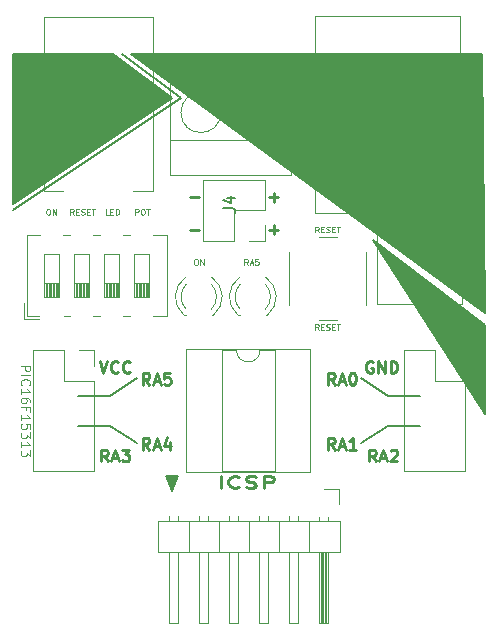
<source format=gbr>
%TF.GenerationSoftware,KiCad,Pcbnew,(7.0.0)*%
%TF.CreationDate,2024-02-07T11:39:00-06:00*%
%TF.ProjectId,16f15313,31366631-3533-4313-932e-6b696361645f,rev?*%
%TF.SameCoordinates,Original*%
%TF.FileFunction,Legend,Top*%
%TF.FilePolarity,Positive*%
%FSLAX46Y46*%
G04 Gerber Fmt 4.6, Leading zero omitted, Abs format (unit mm)*
G04 Created by KiCad (PCBNEW (7.0.0)) date 2024-02-07 11:39:00*
%MOMM*%
%LPD*%
G01*
G04 APERTURE LIST*
%ADD10C,0.150000*%
%ADD11C,0.125000*%
%ADD12C,0.250000*%
%ADD13C,0.120000*%
G04 APERTURE END LIST*
D10*
G36*
X151250000Y-103250000D02*
G01*
X151250000Y-110750000D01*
X141750000Y-96000000D01*
X151250000Y-103250000D01*
G37*
X151250000Y-103250000D02*
X151250000Y-110750000D01*
X141750000Y-96000000D01*
X151250000Y-103250000D01*
G36*
X124750000Y-117250000D02*
G01*
X124250000Y-116000000D01*
X125250000Y-116000000D01*
X124750000Y-117250000D01*
G37*
X124750000Y-117250000D02*
X124250000Y-116000000D01*
X125250000Y-116000000D01*
X124750000Y-117250000D01*
X145750000Y-109250000D02*
X143000000Y-109250000D01*
X120500000Y-80250000D02*
X125500000Y-84000000D01*
X119500000Y-109250000D02*
X121750000Y-107750000D01*
X116750000Y-109250000D02*
X119500000Y-109250000D01*
X119500000Y-111750000D02*
X121750000Y-113250000D01*
X145750000Y-111750000D02*
X143000000Y-111750000D01*
X116750000Y-111750000D02*
X119500000Y-111750000D01*
G36*
X151250000Y-102250000D02*
G01*
X121250000Y-80250000D01*
X151000000Y-80250000D01*
X151250000Y-102250000D01*
G37*
X151250000Y-102250000D02*
X121250000Y-80250000D01*
X151000000Y-80250000D01*
X151250000Y-102250000D01*
X125500000Y-84000000D02*
X111250000Y-93500000D01*
G36*
X124750000Y-84000000D02*
G01*
X111250000Y-93000000D01*
X111250000Y-80250000D01*
X119750000Y-80250000D01*
X124750000Y-84000000D01*
G37*
X124750000Y-84000000D02*
X111250000Y-93000000D01*
X111250000Y-80250000D01*
X119750000Y-80250000D01*
X124750000Y-84000000D01*
X143000000Y-111750000D02*
X140750000Y-113250000D01*
X143000000Y-109250000D02*
X140750000Y-107750000D01*
D11*
X119357142Y-93891190D02*
X119119047Y-93891190D01*
X119119047Y-93891190D02*
X119119047Y-93391190D01*
X119523809Y-93629285D02*
X119690476Y-93629285D01*
X119761904Y-93891190D02*
X119523809Y-93891190D01*
X119523809Y-93891190D02*
X119523809Y-93391190D01*
X119523809Y-93391190D02*
X119761904Y-93391190D01*
X119976190Y-93891190D02*
X119976190Y-93391190D01*
X119976190Y-93391190D02*
X120095238Y-93391190D01*
X120095238Y-93391190D02*
X120166666Y-93415000D01*
X120166666Y-93415000D02*
X120214285Y-93462619D01*
X120214285Y-93462619D02*
X120238095Y-93510238D01*
X120238095Y-93510238D02*
X120261904Y-93605476D01*
X120261904Y-93605476D02*
X120261904Y-93676904D01*
X120261904Y-93676904D02*
X120238095Y-93772142D01*
X120238095Y-93772142D02*
X120214285Y-93819761D01*
X120214285Y-93819761D02*
X120166666Y-93867380D01*
X120166666Y-93867380D02*
X120095238Y-93891190D01*
X120095238Y-93891190D02*
X119976190Y-93891190D01*
D12*
X122809523Y-113782380D02*
X122476190Y-113306190D01*
X122238095Y-113782380D02*
X122238095Y-112782380D01*
X122238095Y-112782380D02*
X122619047Y-112782380D01*
X122619047Y-112782380D02*
X122714285Y-112830000D01*
X122714285Y-112830000D02*
X122761904Y-112877619D01*
X122761904Y-112877619D02*
X122809523Y-112972857D01*
X122809523Y-112972857D02*
X122809523Y-113115714D01*
X122809523Y-113115714D02*
X122761904Y-113210952D01*
X122761904Y-113210952D02*
X122714285Y-113258571D01*
X122714285Y-113258571D02*
X122619047Y-113306190D01*
X122619047Y-113306190D02*
X122238095Y-113306190D01*
X123190476Y-113496666D02*
X123666666Y-113496666D01*
X123095238Y-113782380D02*
X123428571Y-112782380D01*
X123428571Y-112782380D02*
X123761904Y-113782380D01*
X124523809Y-113115714D02*
X124523809Y-113782380D01*
X124285714Y-112734761D02*
X124047619Y-113449047D01*
X124047619Y-113449047D02*
X124666666Y-113449047D01*
D11*
X116404761Y-93891190D02*
X116238095Y-93653095D01*
X116119047Y-93891190D02*
X116119047Y-93391190D01*
X116119047Y-93391190D02*
X116309523Y-93391190D01*
X116309523Y-93391190D02*
X116357142Y-93415000D01*
X116357142Y-93415000D02*
X116380952Y-93438809D01*
X116380952Y-93438809D02*
X116404761Y-93486428D01*
X116404761Y-93486428D02*
X116404761Y-93557857D01*
X116404761Y-93557857D02*
X116380952Y-93605476D01*
X116380952Y-93605476D02*
X116357142Y-93629285D01*
X116357142Y-93629285D02*
X116309523Y-93653095D01*
X116309523Y-93653095D02*
X116119047Y-93653095D01*
X116619047Y-93629285D02*
X116785714Y-93629285D01*
X116857142Y-93891190D02*
X116619047Y-93891190D01*
X116619047Y-93891190D02*
X116619047Y-93391190D01*
X116619047Y-93391190D02*
X116857142Y-93391190D01*
X117047619Y-93867380D02*
X117119047Y-93891190D01*
X117119047Y-93891190D02*
X117238095Y-93891190D01*
X117238095Y-93891190D02*
X117285714Y-93867380D01*
X117285714Y-93867380D02*
X117309523Y-93843571D01*
X117309523Y-93843571D02*
X117333333Y-93795952D01*
X117333333Y-93795952D02*
X117333333Y-93748333D01*
X117333333Y-93748333D02*
X117309523Y-93700714D01*
X117309523Y-93700714D02*
X117285714Y-93676904D01*
X117285714Y-93676904D02*
X117238095Y-93653095D01*
X117238095Y-93653095D02*
X117142857Y-93629285D01*
X117142857Y-93629285D02*
X117095238Y-93605476D01*
X117095238Y-93605476D02*
X117071428Y-93581666D01*
X117071428Y-93581666D02*
X117047619Y-93534047D01*
X117047619Y-93534047D02*
X117047619Y-93486428D01*
X117047619Y-93486428D02*
X117071428Y-93438809D01*
X117071428Y-93438809D02*
X117095238Y-93415000D01*
X117095238Y-93415000D02*
X117142857Y-93391190D01*
X117142857Y-93391190D02*
X117261904Y-93391190D01*
X117261904Y-93391190D02*
X117333333Y-93415000D01*
X117547618Y-93629285D02*
X117714285Y-93629285D01*
X117785713Y-93891190D02*
X117547618Y-93891190D01*
X117547618Y-93891190D02*
X117547618Y-93391190D01*
X117547618Y-93391190D02*
X117785713Y-93391190D01*
X117928571Y-93391190D02*
X118214285Y-93391190D01*
X118071428Y-93891190D02*
X118071428Y-93391190D01*
D12*
X126238095Y-95151428D02*
X127000000Y-95151428D01*
X128857142Y-117032380D02*
X128857142Y-116032380D01*
X130428571Y-116937142D02*
X130357143Y-116984761D01*
X130357143Y-116984761D02*
X130142857Y-117032380D01*
X130142857Y-117032380D02*
X130000000Y-117032380D01*
X130000000Y-117032380D02*
X129785714Y-116984761D01*
X129785714Y-116984761D02*
X129642857Y-116889523D01*
X129642857Y-116889523D02*
X129571428Y-116794285D01*
X129571428Y-116794285D02*
X129500000Y-116603809D01*
X129500000Y-116603809D02*
X129500000Y-116460952D01*
X129500000Y-116460952D02*
X129571428Y-116270476D01*
X129571428Y-116270476D02*
X129642857Y-116175238D01*
X129642857Y-116175238D02*
X129785714Y-116080000D01*
X129785714Y-116080000D02*
X130000000Y-116032380D01*
X130000000Y-116032380D02*
X130142857Y-116032380D01*
X130142857Y-116032380D02*
X130357143Y-116080000D01*
X130357143Y-116080000D02*
X130428571Y-116127619D01*
X131000000Y-116984761D02*
X131214286Y-117032380D01*
X131214286Y-117032380D02*
X131571428Y-117032380D01*
X131571428Y-117032380D02*
X131714286Y-116984761D01*
X131714286Y-116984761D02*
X131785714Y-116937142D01*
X131785714Y-116937142D02*
X131857143Y-116841904D01*
X131857143Y-116841904D02*
X131857143Y-116746666D01*
X131857143Y-116746666D02*
X131785714Y-116651428D01*
X131785714Y-116651428D02*
X131714286Y-116603809D01*
X131714286Y-116603809D02*
X131571428Y-116556190D01*
X131571428Y-116556190D02*
X131285714Y-116508571D01*
X131285714Y-116508571D02*
X131142857Y-116460952D01*
X131142857Y-116460952D02*
X131071428Y-116413333D01*
X131071428Y-116413333D02*
X131000000Y-116318095D01*
X131000000Y-116318095D02*
X131000000Y-116222857D01*
X131000000Y-116222857D02*
X131071428Y-116127619D01*
X131071428Y-116127619D02*
X131142857Y-116080000D01*
X131142857Y-116080000D02*
X131285714Y-116032380D01*
X131285714Y-116032380D02*
X131642857Y-116032380D01*
X131642857Y-116032380D02*
X131857143Y-116080000D01*
X132499999Y-117032380D02*
X132499999Y-116032380D01*
X132499999Y-116032380D02*
X133071428Y-116032380D01*
X133071428Y-116032380D02*
X133214285Y-116080000D01*
X133214285Y-116080000D02*
X133285714Y-116127619D01*
X133285714Y-116127619D02*
X133357142Y-116222857D01*
X133357142Y-116222857D02*
X133357142Y-116365714D01*
X133357142Y-116365714D02*
X133285714Y-116460952D01*
X133285714Y-116460952D02*
X133214285Y-116508571D01*
X133214285Y-116508571D02*
X133071428Y-116556190D01*
X133071428Y-116556190D02*
X132499999Y-116556190D01*
X138499999Y-113782380D02*
X138166666Y-113306190D01*
X137928571Y-113782380D02*
X137928571Y-112782380D01*
X137928571Y-112782380D02*
X138309523Y-112782380D01*
X138309523Y-112782380D02*
X138404761Y-112830000D01*
X138404761Y-112830000D02*
X138452380Y-112877619D01*
X138452380Y-112877619D02*
X138499999Y-112972857D01*
X138499999Y-112972857D02*
X138499999Y-113115714D01*
X138499999Y-113115714D02*
X138452380Y-113210952D01*
X138452380Y-113210952D02*
X138404761Y-113258571D01*
X138404761Y-113258571D02*
X138309523Y-113306190D01*
X138309523Y-113306190D02*
X137928571Y-113306190D01*
X138880952Y-113496666D02*
X139357142Y-113496666D01*
X138785714Y-113782380D02*
X139119047Y-112782380D01*
X139119047Y-112782380D02*
X139452380Y-113782380D01*
X140309523Y-113782380D02*
X139738095Y-113782380D01*
X140023809Y-113782380D02*
X140023809Y-112782380D01*
X140023809Y-112782380D02*
X139928571Y-112925238D01*
X139928571Y-112925238D02*
X139833333Y-113020476D01*
X139833333Y-113020476D02*
X139738095Y-113068095D01*
D11*
X137154761Y-95391190D02*
X136988095Y-95153095D01*
X136869047Y-95391190D02*
X136869047Y-94891190D01*
X136869047Y-94891190D02*
X137059523Y-94891190D01*
X137059523Y-94891190D02*
X137107142Y-94915000D01*
X137107142Y-94915000D02*
X137130952Y-94938809D01*
X137130952Y-94938809D02*
X137154761Y-94986428D01*
X137154761Y-94986428D02*
X137154761Y-95057857D01*
X137154761Y-95057857D02*
X137130952Y-95105476D01*
X137130952Y-95105476D02*
X137107142Y-95129285D01*
X137107142Y-95129285D02*
X137059523Y-95153095D01*
X137059523Y-95153095D02*
X136869047Y-95153095D01*
X137369047Y-95129285D02*
X137535714Y-95129285D01*
X137607142Y-95391190D02*
X137369047Y-95391190D01*
X137369047Y-95391190D02*
X137369047Y-94891190D01*
X137369047Y-94891190D02*
X137607142Y-94891190D01*
X137797619Y-95367380D02*
X137869047Y-95391190D01*
X137869047Y-95391190D02*
X137988095Y-95391190D01*
X137988095Y-95391190D02*
X138035714Y-95367380D01*
X138035714Y-95367380D02*
X138059523Y-95343571D01*
X138059523Y-95343571D02*
X138083333Y-95295952D01*
X138083333Y-95295952D02*
X138083333Y-95248333D01*
X138083333Y-95248333D02*
X138059523Y-95200714D01*
X138059523Y-95200714D02*
X138035714Y-95176904D01*
X138035714Y-95176904D02*
X137988095Y-95153095D01*
X137988095Y-95153095D02*
X137892857Y-95129285D01*
X137892857Y-95129285D02*
X137845238Y-95105476D01*
X137845238Y-95105476D02*
X137821428Y-95081666D01*
X137821428Y-95081666D02*
X137797619Y-95034047D01*
X137797619Y-95034047D02*
X137797619Y-94986428D01*
X137797619Y-94986428D02*
X137821428Y-94938809D01*
X137821428Y-94938809D02*
X137845238Y-94915000D01*
X137845238Y-94915000D02*
X137892857Y-94891190D01*
X137892857Y-94891190D02*
X138011904Y-94891190D01*
X138011904Y-94891190D02*
X138083333Y-94915000D01*
X138297618Y-95129285D02*
X138464285Y-95129285D01*
X138535713Y-95391190D02*
X138297618Y-95391190D01*
X138297618Y-95391190D02*
X138297618Y-94891190D01*
X138297618Y-94891190D02*
X138535713Y-94891190D01*
X138678571Y-94891190D02*
X138964285Y-94891190D01*
X138821428Y-95391190D02*
X138821428Y-94891190D01*
X114214285Y-93391190D02*
X114309523Y-93391190D01*
X114309523Y-93391190D02*
X114357142Y-93415000D01*
X114357142Y-93415000D02*
X114404761Y-93462619D01*
X114404761Y-93462619D02*
X114428571Y-93557857D01*
X114428571Y-93557857D02*
X114428571Y-93724523D01*
X114428571Y-93724523D02*
X114404761Y-93819761D01*
X114404761Y-93819761D02*
X114357142Y-93867380D01*
X114357142Y-93867380D02*
X114309523Y-93891190D01*
X114309523Y-93891190D02*
X114214285Y-93891190D01*
X114214285Y-93891190D02*
X114166666Y-93867380D01*
X114166666Y-93867380D02*
X114119047Y-93819761D01*
X114119047Y-93819761D02*
X114095238Y-93724523D01*
X114095238Y-93724523D02*
X114095238Y-93557857D01*
X114095238Y-93557857D02*
X114119047Y-93462619D01*
X114119047Y-93462619D02*
X114166666Y-93415000D01*
X114166666Y-93415000D02*
X114214285Y-93391190D01*
X114642857Y-93891190D02*
X114642857Y-93391190D01*
X114642857Y-93391190D02*
X114928571Y-93891190D01*
X114928571Y-93891190D02*
X114928571Y-93391190D01*
X137154761Y-103641190D02*
X136988095Y-103403095D01*
X136869047Y-103641190D02*
X136869047Y-103141190D01*
X136869047Y-103141190D02*
X137059523Y-103141190D01*
X137059523Y-103141190D02*
X137107142Y-103165000D01*
X137107142Y-103165000D02*
X137130952Y-103188809D01*
X137130952Y-103188809D02*
X137154761Y-103236428D01*
X137154761Y-103236428D02*
X137154761Y-103307857D01*
X137154761Y-103307857D02*
X137130952Y-103355476D01*
X137130952Y-103355476D02*
X137107142Y-103379285D01*
X137107142Y-103379285D02*
X137059523Y-103403095D01*
X137059523Y-103403095D02*
X136869047Y-103403095D01*
X137369047Y-103379285D02*
X137535714Y-103379285D01*
X137607142Y-103641190D02*
X137369047Y-103641190D01*
X137369047Y-103641190D02*
X137369047Y-103141190D01*
X137369047Y-103141190D02*
X137607142Y-103141190D01*
X137797619Y-103617380D02*
X137869047Y-103641190D01*
X137869047Y-103641190D02*
X137988095Y-103641190D01*
X137988095Y-103641190D02*
X138035714Y-103617380D01*
X138035714Y-103617380D02*
X138059523Y-103593571D01*
X138059523Y-103593571D02*
X138083333Y-103545952D01*
X138083333Y-103545952D02*
X138083333Y-103498333D01*
X138083333Y-103498333D02*
X138059523Y-103450714D01*
X138059523Y-103450714D02*
X138035714Y-103426904D01*
X138035714Y-103426904D02*
X137988095Y-103403095D01*
X137988095Y-103403095D02*
X137892857Y-103379285D01*
X137892857Y-103379285D02*
X137845238Y-103355476D01*
X137845238Y-103355476D02*
X137821428Y-103331666D01*
X137821428Y-103331666D02*
X137797619Y-103284047D01*
X137797619Y-103284047D02*
X137797619Y-103236428D01*
X137797619Y-103236428D02*
X137821428Y-103188809D01*
X137821428Y-103188809D02*
X137845238Y-103165000D01*
X137845238Y-103165000D02*
X137892857Y-103141190D01*
X137892857Y-103141190D02*
X138011904Y-103141190D01*
X138011904Y-103141190D02*
X138083333Y-103165000D01*
X138297618Y-103379285D02*
X138464285Y-103379285D01*
X138535713Y-103641190D02*
X138297618Y-103641190D01*
X138297618Y-103641190D02*
X138297618Y-103141190D01*
X138297618Y-103141190D02*
X138535713Y-103141190D01*
X138678571Y-103141190D02*
X138964285Y-103141190D01*
X138821428Y-103641190D02*
X138821428Y-103141190D01*
D12*
X141999999Y-114782380D02*
X141666666Y-114306190D01*
X141428571Y-114782380D02*
X141428571Y-113782380D01*
X141428571Y-113782380D02*
X141809523Y-113782380D01*
X141809523Y-113782380D02*
X141904761Y-113830000D01*
X141904761Y-113830000D02*
X141952380Y-113877619D01*
X141952380Y-113877619D02*
X141999999Y-113972857D01*
X141999999Y-113972857D02*
X141999999Y-114115714D01*
X141999999Y-114115714D02*
X141952380Y-114210952D01*
X141952380Y-114210952D02*
X141904761Y-114258571D01*
X141904761Y-114258571D02*
X141809523Y-114306190D01*
X141809523Y-114306190D02*
X141428571Y-114306190D01*
X142380952Y-114496666D02*
X142857142Y-114496666D01*
X142285714Y-114782380D02*
X142619047Y-113782380D01*
X142619047Y-113782380D02*
X142952380Y-114782380D01*
X143238095Y-113877619D02*
X143285714Y-113830000D01*
X143285714Y-113830000D02*
X143380952Y-113782380D01*
X143380952Y-113782380D02*
X143619047Y-113782380D01*
X143619047Y-113782380D02*
X143714285Y-113830000D01*
X143714285Y-113830000D02*
X143761904Y-113877619D01*
X143761904Y-113877619D02*
X143809523Y-113972857D01*
X143809523Y-113972857D02*
X143809523Y-114068095D01*
X143809523Y-114068095D02*
X143761904Y-114210952D01*
X143761904Y-114210952D02*
X143190476Y-114782380D01*
X143190476Y-114782380D02*
X143809523Y-114782380D01*
D11*
X111924095Y-106690476D02*
X112724095Y-106690476D01*
X112724095Y-106690476D02*
X112724095Y-106995238D01*
X112724095Y-106995238D02*
X112686000Y-107071428D01*
X112686000Y-107071428D02*
X112647904Y-107109523D01*
X112647904Y-107109523D02*
X112571714Y-107147619D01*
X112571714Y-107147619D02*
X112457428Y-107147619D01*
X112457428Y-107147619D02*
X112381238Y-107109523D01*
X112381238Y-107109523D02*
X112343142Y-107071428D01*
X112343142Y-107071428D02*
X112305047Y-106995238D01*
X112305047Y-106995238D02*
X112305047Y-106690476D01*
X111924095Y-107490476D02*
X112724095Y-107490476D01*
X112000285Y-108328571D02*
X111962190Y-108290475D01*
X111962190Y-108290475D02*
X111924095Y-108176190D01*
X111924095Y-108176190D02*
X111924095Y-108099999D01*
X111924095Y-108099999D02*
X111962190Y-107985713D01*
X111962190Y-107985713D02*
X112038380Y-107909523D01*
X112038380Y-107909523D02*
X112114571Y-107871428D01*
X112114571Y-107871428D02*
X112266952Y-107833332D01*
X112266952Y-107833332D02*
X112381238Y-107833332D01*
X112381238Y-107833332D02*
X112533619Y-107871428D01*
X112533619Y-107871428D02*
X112609809Y-107909523D01*
X112609809Y-107909523D02*
X112686000Y-107985713D01*
X112686000Y-107985713D02*
X112724095Y-108099999D01*
X112724095Y-108099999D02*
X112724095Y-108176190D01*
X112724095Y-108176190D02*
X112686000Y-108290475D01*
X112686000Y-108290475D02*
X112647904Y-108328571D01*
X111924095Y-109090475D02*
X111924095Y-108633332D01*
X111924095Y-108861904D02*
X112724095Y-108861904D01*
X112724095Y-108861904D02*
X112609809Y-108785713D01*
X112609809Y-108785713D02*
X112533619Y-108709523D01*
X112533619Y-108709523D02*
X112495523Y-108633332D01*
X112724095Y-109776190D02*
X112724095Y-109623809D01*
X112724095Y-109623809D02*
X112686000Y-109547618D01*
X112686000Y-109547618D02*
X112647904Y-109509523D01*
X112647904Y-109509523D02*
X112533619Y-109433333D01*
X112533619Y-109433333D02*
X112381238Y-109395237D01*
X112381238Y-109395237D02*
X112076476Y-109395237D01*
X112076476Y-109395237D02*
X112000285Y-109433333D01*
X112000285Y-109433333D02*
X111962190Y-109471428D01*
X111962190Y-109471428D02*
X111924095Y-109547618D01*
X111924095Y-109547618D02*
X111924095Y-109699999D01*
X111924095Y-109699999D02*
X111962190Y-109776190D01*
X111962190Y-109776190D02*
X112000285Y-109814285D01*
X112000285Y-109814285D02*
X112076476Y-109852380D01*
X112076476Y-109852380D02*
X112266952Y-109852380D01*
X112266952Y-109852380D02*
X112343142Y-109814285D01*
X112343142Y-109814285D02*
X112381238Y-109776190D01*
X112381238Y-109776190D02*
X112419333Y-109699999D01*
X112419333Y-109699999D02*
X112419333Y-109547618D01*
X112419333Y-109547618D02*
X112381238Y-109471428D01*
X112381238Y-109471428D02*
X112343142Y-109433333D01*
X112343142Y-109433333D02*
X112266952Y-109395237D01*
X112343142Y-110461904D02*
X112343142Y-110195238D01*
X111924095Y-110195238D02*
X112724095Y-110195238D01*
X112724095Y-110195238D02*
X112724095Y-110576190D01*
X111924095Y-111299999D02*
X111924095Y-110842856D01*
X111924095Y-111071428D02*
X112724095Y-111071428D01*
X112724095Y-111071428D02*
X112609809Y-110995237D01*
X112609809Y-110995237D02*
X112533619Y-110919047D01*
X112533619Y-110919047D02*
X112495523Y-110842856D01*
X112724095Y-112023809D02*
X112724095Y-111642857D01*
X112724095Y-111642857D02*
X112343142Y-111604761D01*
X112343142Y-111604761D02*
X112381238Y-111642857D01*
X112381238Y-111642857D02*
X112419333Y-111719047D01*
X112419333Y-111719047D02*
X112419333Y-111909523D01*
X112419333Y-111909523D02*
X112381238Y-111985714D01*
X112381238Y-111985714D02*
X112343142Y-112023809D01*
X112343142Y-112023809D02*
X112266952Y-112061904D01*
X112266952Y-112061904D02*
X112076476Y-112061904D01*
X112076476Y-112061904D02*
X112000285Y-112023809D01*
X112000285Y-112023809D02*
X111962190Y-111985714D01*
X111962190Y-111985714D02*
X111924095Y-111909523D01*
X111924095Y-111909523D02*
X111924095Y-111719047D01*
X111924095Y-111719047D02*
X111962190Y-111642857D01*
X111962190Y-111642857D02*
X112000285Y-111604761D01*
X112724095Y-112328571D02*
X112724095Y-112823809D01*
X112724095Y-112823809D02*
X112419333Y-112557143D01*
X112419333Y-112557143D02*
X112419333Y-112671428D01*
X112419333Y-112671428D02*
X112381238Y-112747619D01*
X112381238Y-112747619D02*
X112343142Y-112785714D01*
X112343142Y-112785714D02*
X112266952Y-112823809D01*
X112266952Y-112823809D02*
X112076476Y-112823809D01*
X112076476Y-112823809D02*
X112000285Y-112785714D01*
X112000285Y-112785714D02*
X111962190Y-112747619D01*
X111962190Y-112747619D02*
X111924095Y-112671428D01*
X111924095Y-112671428D02*
X111924095Y-112442857D01*
X111924095Y-112442857D02*
X111962190Y-112366666D01*
X111962190Y-112366666D02*
X112000285Y-112328571D01*
X111924095Y-113585714D02*
X111924095Y-113128571D01*
X111924095Y-113357143D02*
X112724095Y-113357143D01*
X112724095Y-113357143D02*
X112609809Y-113280952D01*
X112609809Y-113280952D02*
X112533619Y-113204762D01*
X112533619Y-113204762D02*
X112495523Y-113128571D01*
X112724095Y-113852381D02*
X112724095Y-114347619D01*
X112724095Y-114347619D02*
X112419333Y-114080953D01*
X112419333Y-114080953D02*
X112419333Y-114195238D01*
X112419333Y-114195238D02*
X112381238Y-114271429D01*
X112381238Y-114271429D02*
X112343142Y-114309524D01*
X112343142Y-114309524D02*
X112266952Y-114347619D01*
X112266952Y-114347619D02*
X112076476Y-114347619D01*
X112076476Y-114347619D02*
X112000285Y-114309524D01*
X112000285Y-114309524D02*
X111962190Y-114271429D01*
X111962190Y-114271429D02*
X111924095Y-114195238D01*
X111924095Y-114195238D02*
X111924095Y-113966667D01*
X111924095Y-113966667D02*
X111962190Y-113890476D01*
X111962190Y-113890476D02*
X112000285Y-113852381D01*
D12*
X141714285Y-106330000D02*
X141619047Y-106282380D01*
X141619047Y-106282380D02*
X141476190Y-106282380D01*
X141476190Y-106282380D02*
X141333333Y-106330000D01*
X141333333Y-106330000D02*
X141238095Y-106425238D01*
X141238095Y-106425238D02*
X141190476Y-106520476D01*
X141190476Y-106520476D02*
X141142857Y-106710952D01*
X141142857Y-106710952D02*
X141142857Y-106853809D01*
X141142857Y-106853809D02*
X141190476Y-107044285D01*
X141190476Y-107044285D02*
X141238095Y-107139523D01*
X141238095Y-107139523D02*
X141333333Y-107234761D01*
X141333333Y-107234761D02*
X141476190Y-107282380D01*
X141476190Y-107282380D02*
X141571428Y-107282380D01*
X141571428Y-107282380D02*
X141714285Y-107234761D01*
X141714285Y-107234761D02*
X141761904Y-107187142D01*
X141761904Y-107187142D02*
X141761904Y-106853809D01*
X141761904Y-106853809D02*
X141571428Y-106853809D01*
X142190476Y-107282380D02*
X142190476Y-106282380D01*
X142190476Y-106282380D02*
X142761904Y-107282380D01*
X142761904Y-107282380D02*
X142761904Y-106282380D01*
X143238095Y-107282380D02*
X143238095Y-106282380D01*
X143238095Y-106282380D02*
X143476190Y-106282380D01*
X143476190Y-106282380D02*
X143619047Y-106330000D01*
X143619047Y-106330000D02*
X143714285Y-106425238D01*
X143714285Y-106425238D02*
X143761904Y-106520476D01*
X143761904Y-106520476D02*
X143809523Y-106710952D01*
X143809523Y-106710952D02*
X143809523Y-106853809D01*
X143809523Y-106853809D02*
X143761904Y-107044285D01*
X143761904Y-107044285D02*
X143714285Y-107139523D01*
X143714285Y-107139523D02*
X143619047Y-107234761D01*
X143619047Y-107234761D02*
X143476190Y-107282380D01*
X143476190Y-107282380D02*
X143238095Y-107282380D01*
X138499999Y-108282380D02*
X138166666Y-107806190D01*
X137928571Y-108282380D02*
X137928571Y-107282380D01*
X137928571Y-107282380D02*
X138309523Y-107282380D01*
X138309523Y-107282380D02*
X138404761Y-107330000D01*
X138404761Y-107330000D02*
X138452380Y-107377619D01*
X138452380Y-107377619D02*
X138499999Y-107472857D01*
X138499999Y-107472857D02*
X138499999Y-107615714D01*
X138499999Y-107615714D02*
X138452380Y-107710952D01*
X138452380Y-107710952D02*
X138404761Y-107758571D01*
X138404761Y-107758571D02*
X138309523Y-107806190D01*
X138309523Y-107806190D02*
X137928571Y-107806190D01*
X138880952Y-107996666D02*
X139357142Y-107996666D01*
X138785714Y-108282380D02*
X139119047Y-107282380D01*
X139119047Y-107282380D02*
X139452380Y-108282380D01*
X139976190Y-107282380D02*
X140071428Y-107282380D01*
X140071428Y-107282380D02*
X140166666Y-107330000D01*
X140166666Y-107330000D02*
X140214285Y-107377619D01*
X140214285Y-107377619D02*
X140261904Y-107472857D01*
X140261904Y-107472857D02*
X140309523Y-107663333D01*
X140309523Y-107663333D02*
X140309523Y-107901428D01*
X140309523Y-107901428D02*
X140261904Y-108091904D01*
X140261904Y-108091904D02*
X140214285Y-108187142D01*
X140214285Y-108187142D02*
X140166666Y-108234761D01*
X140166666Y-108234761D02*
X140071428Y-108282380D01*
X140071428Y-108282380D02*
X139976190Y-108282380D01*
X139976190Y-108282380D02*
X139880952Y-108234761D01*
X139880952Y-108234761D02*
X139833333Y-108187142D01*
X139833333Y-108187142D02*
X139785714Y-108091904D01*
X139785714Y-108091904D02*
X139738095Y-107901428D01*
X139738095Y-107901428D02*
X139738095Y-107663333D01*
X139738095Y-107663333D02*
X139785714Y-107472857D01*
X139785714Y-107472857D02*
X139833333Y-107377619D01*
X139833333Y-107377619D02*
X139880952Y-107330000D01*
X139880952Y-107330000D02*
X139976190Y-107282380D01*
D11*
X126714285Y-97641190D02*
X126809523Y-97641190D01*
X126809523Y-97641190D02*
X126857142Y-97665000D01*
X126857142Y-97665000D02*
X126904761Y-97712619D01*
X126904761Y-97712619D02*
X126928571Y-97807857D01*
X126928571Y-97807857D02*
X126928571Y-97974523D01*
X126928571Y-97974523D02*
X126904761Y-98069761D01*
X126904761Y-98069761D02*
X126857142Y-98117380D01*
X126857142Y-98117380D02*
X126809523Y-98141190D01*
X126809523Y-98141190D02*
X126714285Y-98141190D01*
X126714285Y-98141190D02*
X126666666Y-98117380D01*
X126666666Y-98117380D02*
X126619047Y-98069761D01*
X126619047Y-98069761D02*
X126595238Y-97974523D01*
X126595238Y-97974523D02*
X126595238Y-97807857D01*
X126595238Y-97807857D02*
X126619047Y-97712619D01*
X126619047Y-97712619D02*
X126666666Y-97665000D01*
X126666666Y-97665000D02*
X126714285Y-97641190D01*
X127142857Y-98141190D02*
X127142857Y-97641190D01*
X127142857Y-97641190D02*
X127428571Y-98141190D01*
X127428571Y-98141190D02*
X127428571Y-97641190D01*
D12*
X132988095Y-92401428D02*
X133750000Y-92401428D01*
X133369047Y-92782380D02*
X133369047Y-92020476D01*
X132988095Y-95151428D02*
X133750000Y-95151428D01*
X133369047Y-95532380D02*
X133369047Y-94770476D01*
X119309523Y-114782380D02*
X118976190Y-114306190D01*
X118738095Y-114782380D02*
X118738095Y-113782380D01*
X118738095Y-113782380D02*
X119119047Y-113782380D01*
X119119047Y-113782380D02*
X119214285Y-113830000D01*
X119214285Y-113830000D02*
X119261904Y-113877619D01*
X119261904Y-113877619D02*
X119309523Y-113972857D01*
X119309523Y-113972857D02*
X119309523Y-114115714D01*
X119309523Y-114115714D02*
X119261904Y-114210952D01*
X119261904Y-114210952D02*
X119214285Y-114258571D01*
X119214285Y-114258571D02*
X119119047Y-114306190D01*
X119119047Y-114306190D02*
X118738095Y-114306190D01*
X119690476Y-114496666D02*
X120166666Y-114496666D01*
X119595238Y-114782380D02*
X119928571Y-113782380D01*
X119928571Y-113782380D02*
X120261904Y-114782380D01*
X120500000Y-113782380D02*
X121119047Y-113782380D01*
X121119047Y-113782380D02*
X120785714Y-114163333D01*
X120785714Y-114163333D02*
X120928571Y-114163333D01*
X120928571Y-114163333D02*
X121023809Y-114210952D01*
X121023809Y-114210952D02*
X121071428Y-114258571D01*
X121071428Y-114258571D02*
X121119047Y-114353809D01*
X121119047Y-114353809D02*
X121119047Y-114591904D01*
X121119047Y-114591904D02*
X121071428Y-114687142D01*
X121071428Y-114687142D02*
X121023809Y-114734761D01*
X121023809Y-114734761D02*
X120928571Y-114782380D01*
X120928571Y-114782380D02*
X120642857Y-114782380D01*
X120642857Y-114782380D02*
X120547619Y-114734761D01*
X120547619Y-114734761D02*
X120500000Y-114687142D01*
X118595238Y-106282380D02*
X118928571Y-107282380D01*
X118928571Y-107282380D02*
X119261904Y-106282380D01*
X120166666Y-107187142D02*
X120119047Y-107234761D01*
X120119047Y-107234761D02*
X119976190Y-107282380D01*
X119976190Y-107282380D02*
X119880952Y-107282380D01*
X119880952Y-107282380D02*
X119738095Y-107234761D01*
X119738095Y-107234761D02*
X119642857Y-107139523D01*
X119642857Y-107139523D02*
X119595238Y-107044285D01*
X119595238Y-107044285D02*
X119547619Y-106853809D01*
X119547619Y-106853809D02*
X119547619Y-106710952D01*
X119547619Y-106710952D02*
X119595238Y-106520476D01*
X119595238Y-106520476D02*
X119642857Y-106425238D01*
X119642857Y-106425238D02*
X119738095Y-106330000D01*
X119738095Y-106330000D02*
X119880952Y-106282380D01*
X119880952Y-106282380D02*
X119976190Y-106282380D01*
X119976190Y-106282380D02*
X120119047Y-106330000D01*
X120119047Y-106330000D02*
X120166666Y-106377619D01*
X121166666Y-107187142D02*
X121119047Y-107234761D01*
X121119047Y-107234761D02*
X120976190Y-107282380D01*
X120976190Y-107282380D02*
X120880952Y-107282380D01*
X120880952Y-107282380D02*
X120738095Y-107234761D01*
X120738095Y-107234761D02*
X120642857Y-107139523D01*
X120642857Y-107139523D02*
X120595238Y-107044285D01*
X120595238Y-107044285D02*
X120547619Y-106853809D01*
X120547619Y-106853809D02*
X120547619Y-106710952D01*
X120547619Y-106710952D02*
X120595238Y-106520476D01*
X120595238Y-106520476D02*
X120642857Y-106425238D01*
X120642857Y-106425238D02*
X120738095Y-106330000D01*
X120738095Y-106330000D02*
X120880952Y-106282380D01*
X120880952Y-106282380D02*
X120976190Y-106282380D01*
X120976190Y-106282380D02*
X121119047Y-106330000D01*
X121119047Y-106330000D02*
X121166666Y-106377619D01*
D11*
X121619047Y-93891190D02*
X121619047Y-93391190D01*
X121619047Y-93391190D02*
X121809523Y-93391190D01*
X121809523Y-93391190D02*
X121857142Y-93415000D01*
X121857142Y-93415000D02*
X121880952Y-93438809D01*
X121880952Y-93438809D02*
X121904761Y-93486428D01*
X121904761Y-93486428D02*
X121904761Y-93557857D01*
X121904761Y-93557857D02*
X121880952Y-93605476D01*
X121880952Y-93605476D02*
X121857142Y-93629285D01*
X121857142Y-93629285D02*
X121809523Y-93653095D01*
X121809523Y-93653095D02*
X121619047Y-93653095D01*
X122214285Y-93391190D02*
X122309523Y-93391190D01*
X122309523Y-93391190D02*
X122357142Y-93415000D01*
X122357142Y-93415000D02*
X122404761Y-93462619D01*
X122404761Y-93462619D02*
X122428571Y-93557857D01*
X122428571Y-93557857D02*
X122428571Y-93724523D01*
X122428571Y-93724523D02*
X122404761Y-93819761D01*
X122404761Y-93819761D02*
X122357142Y-93867380D01*
X122357142Y-93867380D02*
X122309523Y-93891190D01*
X122309523Y-93891190D02*
X122214285Y-93891190D01*
X122214285Y-93891190D02*
X122166666Y-93867380D01*
X122166666Y-93867380D02*
X122119047Y-93819761D01*
X122119047Y-93819761D02*
X122095238Y-93724523D01*
X122095238Y-93724523D02*
X122095238Y-93557857D01*
X122095238Y-93557857D02*
X122119047Y-93462619D01*
X122119047Y-93462619D02*
X122166666Y-93415000D01*
X122166666Y-93415000D02*
X122214285Y-93391190D01*
X122571429Y-93391190D02*
X122857143Y-93391190D01*
X122714286Y-93891190D02*
X122714286Y-93391190D01*
D12*
X122809523Y-108282380D02*
X122476190Y-107806190D01*
X122238095Y-108282380D02*
X122238095Y-107282380D01*
X122238095Y-107282380D02*
X122619047Y-107282380D01*
X122619047Y-107282380D02*
X122714285Y-107330000D01*
X122714285Y-107330000D02*
X122761904Y-107377619D01*
X122761904Y-107377619D02*
X122809523Y-107472857D01*
X122809523Y-107472857D02*
X122809523Y-107615714D01*
X122809523Y-107615714D02*
X122761904Y-107710952D01*
X122761904Y-107710952D02*
X122714285Y-107758571D01*
X122714285Y-107758571D02*
X122619047Y-107806190D01*
X122619047Y-107806190D02*
X122238095Y-107806190D01*
X123190476Y-107996666D02*
X123666666Y-107996666D01*
X123095238Y-108282380D02*
X123428571Y-107282380D01*
X123428571Y-107282380D02*
X123761904Y-108282380D01*
X124571428Y-107282380D02*
X124095238Y-107282380D01*
X124095238Y-107282380D02*
X124047619Y-107758571D01*
X124047619Y-107758571D02*
X124095238Y-107710952D01*
X124095238Y-107710952D02*
X124190476Y-107663333D01*
X124190476Y-107663333D02*
X124428571Y-107663333D01*
X124428571Y-107663333D02*
X124523809Y-107710952D01*
X124523809Y-107710952D02*
X124571428Y-107758571D01*
X124571428Y-107758571D02*
X124619047Y-107853809D01*
X124619047Y-107853809D02*
X124619047Y-108091904D01*
X124619047Y-108091904D02*
X124571428Y-108187142D01*
X124571428Y-108187142D02*
X124523809Y-108234761D01*
X124523809Y-108234761D02*
X124428571Y-108282380D01*
X124428571Y-108282380D02*
X124190476Y-108282380D01*
X124190476Y-108282380D02*
X124095238Y-108234761D01*
X124095238Y-108234761D02*
X124047619Y-108187142D01*
D11*
X131154761Y-98141190D02*
X130988095Y-97903095D01*
X130869047Y-98141190D02*
X130869047Y-97641190D01*
X130869047Y-97641190D02*
X131059523Y-97641190D01*
X131059523Y-97641190D02*
X131107142Y-97665000D01*
X131107142Y-97665000D02*
X131130952Y-97688809D01*
X131130952Y-97688809D02*
X131154761Y-97736428D01*
X131154761Y-97736428D02*
X131154761Y-97807857D01*
X131154761Y-97807857D02*
X131130952Y-97855476D01*
X131130952Y-97855476D02*
X131107142Y-97879285D01*
X131107142Y-97879285D02*
X131059523Y-97903095D01*
X131059523Y-97903095D02*
X130869047Y-97903095D01*
X131345238Y-97998333D02*
X131583333Y-97998333D01*
X131297619Y-98141190D02*
X131464285Y-97641190D01*
X131464285Y-97641190D02*
X131630952Y-98141190D01*
X132035713Y-97641190D02*
X131797618Y-97641190D01*
X131797618Y-97641190D02*
X131773809Y-97879285D01*
X131773809Y-97879285D02*
X131797618Y-97855476D01*
X131797618Y-97855476D02*
X131845237Y-97831666D01*
X131845237Y-97831666D02*
X131964285Y-97831666D01*
X131964285Y-97831666D02*
X132011904Y-97855476D01*
X132011904Y-97855476D02*
X132035713Y-97879285D01*
X132035713Y-97879285D02*
X132059523Y-97926904D01*
X132059523Y-97926904D02*
X132059523Y-98045952D01*
X132059523Y-98045952D02*
X132035713Y-98093571D01*
X132035713Y-98093571D02*
X132011904Y-98117380D01*
X132011904Y-98117380D02*
X131964285Y-98141190D01*
X131964285Y-98141190D02*
X131845237Y-98141190D01*
X131845237Y-98141190D02*
X131797618Y-98117380D01*
X131797618Y-98117380D02*
X131773809Y-98093571D01*
D12*
X126238095Y-92401428D02*
X127000000Y-92401428D01*
D10*
%TO.C,J4*%
X129093380Y-93345333D02*
X129807666Y-93345333D01*
X129807666Y-93345333D02*
X129950523Y-93392952D01*
X129950523Y-93392952D02*
X130045761Y-93488190D01*
X130045761Y-93488190D02*
X130093380Y-93631047D01*
X130093380Y-93631047D02*
X130093380Y-93726285D01*
X129426714Y-92440571D02*
X130093380Y-92440571D01*
X129045761Y-92678666D02*
X129760047Y-92916761D01*
X129760047Y-92916761D02*
X129760047Y-92297714D01*
D13*
%TO.C,J5*%
X112970000Y-105350000D02*
X112970000Y-115630000D01*
X112970000Y-105350000D02*
X115570000Y-105350000D01*
X112970000Y-115630000D02*
X118170000Y-115630000D01*
X115570000Y-105350000D02*
X115570000Y-107950000D01*
X115570000Y-107950000D02*
X118170000Y-107950000D01*
X116840000Y-105350000D02*
X118170000Y-105350000D01*
X118170000Y-105350000D02*
X118170000Y-106680000D01*
X118170000Y-107950000D02*
X118170000Y-115630000D01*
%TO.C,J6*%
X144380000Y-105350000D02*
X144380000Y-115630000D01*
X144380000Y-105350000D02*
X146980000Y-105350000D01*
X144380000Y-115630000D02*
X149580000Y-115630000D01*
X146980000Y-105350000D02*
X146980000Y-107950000D01*
X146980000Y-107950000D02*
X149580000Y-107950000D01*
X148250000Y-105350000D02*
X149580000Y-105350000D01*
X149580000Y-105350000D02*
X149580000Y-106680000D01*
X149580000Y-107950000D02*
X149580000Y-115630000D01*
%TO.C,U1*%
X125940000Y-105290000D02*
X125940000Y-115690000D01*
X125940000Y-115690000D02*
X136440000Y-115690000D01*
X128940000Y-105350000D02*
X128940000Y-115630000D01*
X128940000Y-115630000D02*
X133440000Y-115630000D01*
X130190000Y-105350000D02*
X128940000Y-105350000D01*
X133440000Y-105350000D02*
X132190000Y-105350000D01*
X133440000Y-115630000D02*
X133440000Y-105350000D01*
X136440000Y-105290000D02*
X125940000Y-105290000D01*
X136440000Y-115690000D02*
X136440000Y-105290000D01*
X130190000Y-105350000D02*
G75*
G03*
X132190000Y-105350000I1000000J0D01*
G01*
%TO.C,J4*%
X132580000Y-90920000D02*
X127380000Y-90920000D01*
X132580000Y-90920000D02*
X132580000Y-93520000D01*
X127380000Y-90920000D02*
X127380000Y-96120000D01*
X132580000Y-93520000D02*
X129980000Y-93520000D01*
X129980000Y-93520000D02*
X129980000Y-96120000D01*
X132580000Y-94790000D02*
X132580000Y-96120000D01*
X132580000Y-96120000D02*
X131250000Y-96120000D01*
X129980000Y-96120000D02*
X127380000Y-96120000D01*
%TO.C,SW1*%
X137172000Y-102814000D02*
X138672000Y-102814000D01*
X141172000Y-101564000D02*
X141172000Y-97064000D01*
X134672000Y-97064000D02*
X134672000Y-101564000D01*
X138672000Y-95814000D02*
X137172000Y-95814000D01*
%TO.C,J3*%
X135090000Y-81090000D02*
X135090000Y-80350000D01*
X135090000Y-80350000D02*
X134590000Y-80350000D01*
X134850000Y-90511000D02*
X134850000Y-80590000D01*
X134850000Y-90511000D02*
X124570000Y-90511000D01*
X134850000Y-87551000D02*
X124570000Y-87551000D01*
X134850000Y-82650000D02*
X124570000Y-82650000D01*
X134850000Y-81150000D02*
X124570000Y-81150000D01*
X134850000Y-80590000D02*
X124570000Y-80590000D01*
X128397000Y-84227000D02*
X128444000Y-84181000D01*
X128204000Y-84011000D02*
X128239000Y-83976000D01*
X126100000Y-86525000D02*
X126135000Y-86489000D01*
X125895000Y-86319000D02*
X125942000Y-86273000D01*
X124570000Y-90511000D02*
X124570000Y-80590000D01*
X133784999Y-85933999D02*
G75*
G03*
X133785426Y-84566958I-1534992J684000D01*
G01*
X131566001Y-86784999D02*
G75*
G03*
X132933042Y-86785426I684000J1534992D01*
G01*
X132934000Y-83715001D02*
G75*
G03*
X132221195Y-83569748I-683999J-1535000D01*
G01*
X132250000Y-83570001D02*
G75*
G03*
X131566682Y-83715245I0J-1679999D01*
G01*
X130715000Y-84566000D02*
G75*
G03*
X130714574Y-85933042I1535000J-684000D01*
G01*
X128850000Y-85250000D02*
G75*
G03*
X128850000Y-85250000I-1680000J0D01*
G01*
%TO.C,D3*%
X130336000Y-102398000D02*
X130492000Y-102398000D01*
X132652000Y-102398000D02*
X132808000Y-102398000D01*
X130493392Y-99165666D02*
G75*
G03*
X130336485Y-102397999I1078608J-1672334D01*
G01*
X130492164Y-99796871D02*
G75*
G03*
X130492001Y-101878960I1079836J-1041129D01*
G01*
X132651999Y-101878960D02*
G75*
G03*
X132651836Y-99796871I-1079999J1040960D01*
G01*
X132807515Y-102397999D02*
G75*
G03*
X132650608Y-99165666I-1235515J1559999D01*
G01*
%TO.C,SW2*%
X112204000Y-102710000D02*
X113514000Y-102710000D01*
X112204000Y-102710000D02*
X112204000Y-101327000D01*
X112444000Y-102470000D02*
X113514000Y-102470000D01*
X112444000Y-102470000D02*
X112444000Y-95649000D01*
X115594000Y-102470000D02*
X116105000Y-102470000D01*
X118084000Y-102470000D02*
X118645000Y-102470000D01*
X120624000Y-102470000D02*
X121185000Y-102470000D01*
X123164000Y-102470000D02*
X124284000Y-102470000D01*
X124284000Y-102470000D02*
X124284000Y-95649000D01*
X113919000Y-100870000D02*
X115189000Y-100870000D01*
X114039000Y-100870000D02*
X114039000Y-99663333D01*
X114159000Y-100870000D02*
X114159000Y-99663333D01*
X114279000Y-100870000D02*
X114279000Y-99663333D01*
X114399000Y-100870000D02*
X114399000Y-99663333D01*
X114519000Y-100870000D02*
X114519000Y-99663333D01*
X114639000Y-100870000D02*
X114639000Y-99663333D01*
X114759000Y-100870000D02*
X114759000Y-99663333D01*
X114879000Y-100870000D02*
X114879000Y-99663333D01*
X114999000Y-100870000D02*
X114999000Y-99663333D01*
X115119000Y-100870000D02*
X115119000Y-99663333D01*
X115189000Y-100870000D02*
X115189000Y-97250000D01*
X116459000Y-100870000D02*
X117729000Y-100870000D01*
X116579000Y-100870000D02*
X116579000Y-99663333D01*
X116699000Y-100870000D02*
X116699000Y-99663333D01*
X116819000Y-100870000D02*
X116819000Y-99663333D01*
X116939000Y-100870000D02*
X116939000Y-99663333D01*
X117059000Y-100870000D02*
X117059000Y-99663333D01*
X117179000Y-100870000D02*
X117179000Y-99663333D01*
X117299000Y-100870000D02*
X117299000Y-99663333D01*
X117419000Y-100870000D02*
X117419000Y-99663333D01*
X117539000Y-100870000D02*
X117539000Y-99663333D01*
X117659000Y-100870000D02*
X117659000Y-99663333D01*
X117729000Y-100870000D02*
X117729000Y-97250000D01*
X118999000Y-100870000D02*
X120269000Y-100870000D01*
X119119000Y-100870000D02*
X119119000Y-99663333D01*
X119239000Y-100870000D02*
X119239000Y-99663333D01*
X119359000Y-100870000D02*
X119359000Y-99663333D01*
X119479000Y-100870000D02*
X119479000Y-99663333D01*
X119599000Y-100870000D02*
X119599000Y-99663333D01*
X119719000Y-100870000D02*
X119719000Y-99663333D01*
X119839000Y-100870000D02*
X119839000Y-99663333D01*
X119959000Y-100870000D02*
X119959000Y-99663333D01*
X120079000Y-100870000D02*
X120079000Y-99663333D01*
X120199000Y-100870000D02*
X120199000Y-99663333D01*
X120269000Y-100870000D02*
X120269000Y-97250000D01*
X121539000Y-100870000D02*
X122809000Y-100870000D01*
X121659000Y-100870000D02*
X121659000Y-99663333D01*
X121779000Y-100870000D02*
X121779000Y-99663333D01*
X121899000Y-100870000D02*
X121899000Y-99663333D01*
X122019000Y-100870000D02*
X122019000Y-99663333D01*
X122139000Y-100870000D02*
X122139000Y-99663333D01*
X122259000Y-100870000D02*
X122259000Y-99663333D01*
X122379000Y-100870000D02*
X122379000Y-99663333D01*
X122499000Y-100870000D02*
X122499000Y-99663333D01*
X122619000Y-100870000D02*
X122619000Y-99663333D01*
X122739000Y-100870000D02*
X122739000Y-99663333D01*
X122809000Y-100870000D02*
X122809000Y-97250000D01*
X113919000Y-99663333D02*
X115189000Y-99663333D01*
X116459000Y-99663333D02*
X117729000Y-99663333D01*
X118999000Y-99663333D02*
X120269000Y-99663333D01*
X121539000Y-99663333D02*
X122809000Y-99663333D01*
X113919000Y-97250000D02*
X113919000Y-100870000D01*
X115189000Y-97250000D02*
X113919000Y-97250000D01*
X116459000Y-97250000D02*
X116459000Y-100870000D01*
X117729000Y-97250000D02*
X116459000Y-97250000D01*
X118999000Y-97250000D02*
X118999000Y-100870000D01*
X120269000Y-97250000D02*
X118999000Y-97250000D01*
X121539000Y-97250000D02*
X121539000Y-100870000D01*
X122809000Y-97250000D02*
X121539000Y-97250000D01*
X112444000Y-95649000D02*
X113564000Y-95649000D01*
X115544000Y-95649000D02*
X116105000Y-95649000D01*
X118084000Y-95649000D02*
X118645000Y-95649000D01*
X120624000Y-95649000D02*
X121185000Y-95649000D01*
X123164000Y-95649000D02*
X124284000Y-95649000D01*
%TO.C,J7*%
X138870000Y-117094000D02*
X138870000Y-118364000D01*
X137600000Y-117094000D02*
X138870000Y-117094000D01*
X135440000Y-119406929D02*
X135440000Y-119804000D01*
X134680000Y-119406929D02*
X134680000Y-119804000D01*
X132900000Y-119406929D02*
X132900000Y-119804000D01*
X132140000Y-119406929D02*
X132140000Y-119804000D01*
X130360000Y-119406929D02*
X130360000Y-119804000D01*
X129600000Y-119406929D02*
X129600000Y-119804000D01*
X127820000Y-119406929D02*
X127820000Y-119804000D01*
X127060000Y-119406929D02*
X127060000Y-119804000D01*
X125280000Y-119406929D02*
X125280000Y-119804000D01*
X124520000Y-119406929D02*
X124520000Y-119804000D01*
X137980000Y-119474000D02*
X137980000Y-119804000D01*
X137220000Y-119474000D02*
X137220000Y-119804000D01*
X138930000Y-119804000D02*
X123570000Y-119804000D01*
X136330000Y-119804000D02*
X136330000Y-122464000D01*
X133790000Y-119804000D02*
X133790000Y-122464000D01*
X131250000Y-119804000D02*
X131250000Y-122464000D01*
X128710000Y-119804000D02*
X128710000Y-122464000D01*
X126170000Y-119804000D02*
X126170000Y-122464000D01*
X123570000Y-119804000D02*
X123570000Y-122464000D01*
X138930000Y-122464000D02*
X138930000Y-119804000D01*
X137980000Y-122464000D02*
X137980000Y-128464000D01*
X137920000Y-122464000D02*
X137920000Y-128464000D01*
X137800000Y-122464000D02*
X137800000Y-128464000D01*
X137680000Y-122464000D02*
X137680000Y-128464000D01*
X137560000Y-122464000D02*
X137560000Y-128464000D01*
X137440000Y-122464000D02*
X137440000Y-128464000D01*
X137320000Y-122464000D02*
X137320000Y-128464000D01*
X135440000Y-122464000D02*
X135440000Y-128464000D01*
X132900000Y-122464000D02*
X132900000Y-128464000D01*
X130360000Y-122464000D02*
X130360000Y-128464000D01*
X127820000Y-122464000D02*
X127820000Y-128464000D01*
X125280000Y-122464000D02*
X125280000Y-128464000D01*
X123570000Y-122464000D02*
X138930000Y-122464000D01*
X137980000Y-128464000D02*
X137220000Y-128464000D01*
X137220000Y-128464000D02*
X137220000Y-122464000D01*
X135440000Y-128464000D02*
X134680000Y-128464000D01*
X134680000Y-128464000D02*
X134680000Y-122464000D01*
X132900000Y-128464000D02*
X132140000Y-128464000D01*
X132140000Y-128464000D02*
X132140000Y-122464000D01*
X130360000Y-128464000D02*
X129600000Y-128464000D01*
X129600000Y-128464000D02*
X129600000Y-122464000D01*
X127820000Y-128464000D02*
X127060000Y-128464000D01*
X127060000Y-128464000D02*
X127060000Y-122464000D01*
X125280000Y-128464000D02*
X124520000Y-128464000D01*
X124520000Y-128464000D02*
X124520000Y-122464000D01*
%TO.C,J1*%
X123112000Y-77118000D02*
X113872000Y-77118000D01*
X113872000Y-77118000D02*
X113872000Y-85238000D01*
X113872000Y-90638000D02*
X113872000Y-91858000D01*
X123112000Y-91858000D02*
X123112000Y-77118000D01*
X121442000Y-91858000D02*
X123112000Y-91858000D01*
X113872000Y-91858000D02*
X115542000Y-91858000D01*
%TO.C,J2*%
X141230000Y-94495500D02*
X142230000Y-94495500D01*
X142230000Y-94495500D02*
X141730000Y-93995500D01*
X141730000Y-93995500D02*
X141230000Y-94495500D01*
X136820000Y-93775500D02*
X149140000Y-93775500D01*
X149140000Y-93775500D02*
X149140000Y-89515500D01*
X136820000Y-89515500D02*
X136820000Y-93775500D01*
X136820000Y-85415500D02*
X136820000Y-77055500D01*
X136820000Y-77055500D02*
X149140000Y-77055500D01*
X149140000Y-77055500D02*
X149140000Y-85415500D01*
%TO.C,D2*%
X125764000Y-102398000D02*
X125920000Y-102398000D01*
X128080000Y-102398000D02*
X128236000Y-102398000D01*
X125921392Y-99165666D02*
G75*
G03*
X125764485Y-102397999I1078608J-1672334D01*
G01*
X125920164Y-99796871D02*
G75*
G03*
X125920001Y-101878960I1079836J-1041129D01*
G01*
X128079999Y-101878960D02*
G75*
G03*
X128079836Y-99796871I-1079999J1040960D01*
G01*
X128235515Y-102397999D02*
G75*
G03*
X128078608Y-99165666I-1235515J1559999D01*
G01*
%TO.C,RV1*%
X142080000Y-94572000D02*
X142080000Y-101412000D01*
X142080000Y-94572000D02*
X145110000Y-94572000D01*
X142080000Y-101412000D02*
X145110000Y-101412000D01*
X146410000Y-94572000D02*
X149320000Y-94572000D01*
X146410000Y-101412000D02*
X149320000Y-101412000D01*
X149320000Y-94572000D02*
X149320000Y-101412000D01*
%TD*%
M02*

</source>
